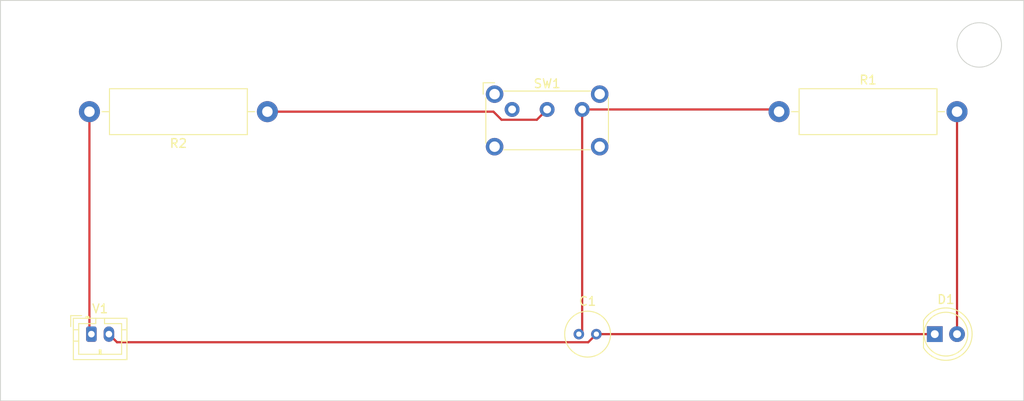
<source format=kicad_pcb>
(kicad_pcb (version 20211014) (generator pcbnew)
  (layers (0 "F.Cu" signal) (31 "B.Cu" signal) (34 "B.Paste" user) (35 "F.Paste" user) (36 "B.SilkS" user "B.Silkscreen") (37 "F.SilkS" user "F.Silkscreen") (38 "B.Mask" user) (39 "F.Mask" user) (44 "Edge.Cuts" user))
  (net 0 "")
  (net 1 "Net-(SW1-Pad3)")
  (net 2 "Net-(C1-Pad2)")
  (net 3 "Net-(D1-Pad2)")
  (net 4 "Net-(R2-Pad1)")
  (net 5 "Net-(R2-Pad2)")
  (footprint "Resistor_THT:R_Axial_DIN0516_L15.5mm_D5.0mm_P20.32mm_Horizontal" (layer "F.Cu") (at 154.94 81.28)
    (fp_text reference "R1" (at 10.16 -3.62) (layer "F.SilkS"))
    (fp_text value "20kOhms")
    (fp_line (start 1.44 0) (end 2.29 0) (layer "F.SilkS") (width 0.12))
    (fp_line (start 2.29 -2.62) (end 2.29 2.62) (layer "F.SilkS") (width 0.12))
    (fp_line (start 18.03 2.62) (end 18.03 -2.62) (layer "F.SilkS") (width 0.12))
    (fp_line (start 2.29 2.62) (end 18.03 2.62) (layer "F.SilkS") (width 0.12))
    (fp_line (start 18.88 0) (end 18.03 0) (layer "F.SilkS") (width 0.12))
    (fp_line (start 18.03 -2.62) (end 2.29 -2.62) (layer "F.SilkS") (width 0.12))
    (pad "1" thru_hole circle (at 0 0) (size 2.4 2.4) (drill 1.2) (layers *.Cu *.Mask) (net 1 "Net-(SW1-Pad3)"))
    (pad "2" thru_hole oval (at 20.32 0) (size 2.4 2.4) (drill 1.2) (layers *.Cu *.Mask) (net 3 "Net-(D1-Pad2)"))
  )
  (footprint "Connector_JST:JST_PH_B2B-PH-K_1x02_P2.00mm_Vertical" (layer "F.Cu") (at 76.425 106.68)
    (fp_text reference "V1" (at 1 -2.9) (layer "F.SilkS"))
    (fp_text value "9V")
    (fp_line (start -0.3 -2.01) (end -0.6 -2.01) (layer "F.SilkS") (width 0.12))
    (fp_line (start 4.06 0.8) (end 3.45 0.8) (layer "F.SilkS") (width 0.12))
    (fp_line (start -0.3 -1.91) (end -0.6 -1.91) (layer "F.SilkS") (width 0.12))
    (fp_line (start 4.06 -0.5) (end 3.45 -0.5) (layer "F.SilkS") (width 0.12))
    (fp_line (start -2.06 0.8) (end -1.45 0.8) (layer "F.SilkS") (width 0.12))
    (fp_line (start -2.06 2.91) (end 4.06 2.91) (layer "F.SilkS") (width 0.12))
    (fp_line (start 0.5 -1.2) (end -1.45 -1.2) (layer "F.SilkS") (width 0.12))
    (fp_line (start -2.36 -2.11) (end -2.36 -0.86) (layer "F.SilkS") (width 0.12))
    (fp_line (start 1.1 1.8) (end 1.1 2.3) (layer "F.SilkS") (width 0.12))
    (fp_line (start 1 2.3) (end 1 1.8) (layer "F.SilkS") (width 0.12))
    (fp_line (start 3.45 2.3) (end 3.45 -1.2) (layer "F.SilkS") (width 0.12))
    (fp_line (start -2.06 -0.5) (end -1.45 -0.5) (layer "F.SilkS") (width 0.12))
    (fp_line (start -1.11 -2.11) (end -2.36 -2.11) (layer "F.SilkS") (width 0.12))
    (fp_line (start 1.5 -1.2) (end 1.5 -1.81) (layer "F.SilkS") (width 0.12))
    (fp_line (start -0.6 -2.01) (end -0.6 -1.81) (layer "F.SilkS") (width 0.12))
    (fp_line (start 4.06 2.91) (end 4.06 -1.81) (layer "F.SilkS") (width 0.12))
    (fp_line (start -1.45 2.3) (end 3.45 2.3) (layer "F.SilkS") (width 0.12))
    (fp_line (start 0.5 -1.81) (end 0.5 -1.2) (layer "F.SilkS") (width 0.12))
    (fp_line (start -2.06 -1.81) (end -2.06 2.91) (layer "F.SilkS") (width 0.12))
    (fp_line (start -1.45 -1.2) (end -1.45 2.3) (layer "F.SilkS") (width 0.12))
    (fp_line (start 0.9 1.8) (end 1.1 1.8) (layer "F.SilkS") (width 0.12))
    (fp_line (start 4.06 -1.81) (end -2.06 -1.81) (layer "F.SilkS") (width 0.12))
    (fp_line (start -0.3 -1.81) (end -0.3 -2.01) (layer "F.SilkS") (width 0.12))
    (fp_line (start 0.9 2.3) (end 0.9 1.8) (layer "F.SilkS") (width 0.12))
    (fp_line (start 3.45 -1.2) (end 1.5 -1.2) (layer "F.SilkS") (width 0.12))
    (pad "1" thru_hole roundrect (at 0 0) (size 1.2 1.75) (drill 0.75) (layers *.Cu *.Mask) (roundrect_rratio 0.208333) (net 5 "Net-(R2-Pad2)"))
    (pad "2" thru_hole oval (at 2 0) (size 1.2 1.75) (drill 0.75) (layers *.Cu *.Mask) (net 2 "Net-(C1-Pad2)"))
  )
  (footprint "LED_THT:LED_D5.0mm" (layer "F.Cu") (at 172.72 106.68)
    (fp_text reference "D1" (at 1.27 -3.96) (layer "F.SilkS"))
    (fp_text value "D")
    (fp_line (start -1.29 -1.545) (end -1.29 1.545) (layer "F.SilkS") (width 0.12))
    (fp_arc (start 4.26 -0.000462) (mid 2.072002 2.880433) (end -1.29 1.54483) (layer "F.SilkS") (width 0.12))
    (fp_arc (start -1.29 -1.54483) (mid 2.072002 -2.880433) (end 4.26 0.000462) (layer "F.SilkS") (width 0.12))
    (fp_circle (center 1.27 0) (end 3.77 0) (layer "F.SilkS") (width 0.12) (fill none))
    (pad "1" thru_hole rect (at 0 0) (size 1.8 1.8) (drill 0.9) (layers *.Cu *.Mask) (net 2 "Net-(C1-Pad2)"))
    (pad "2" thru_hole circle (at 2.54 0) (size 1.8 1.8) (drill 0.9) (layers *.Cu *.Mask) (net 3 "Net-(D1-Pad2)"))
  )
  (footprint "Capacitor_THT:C_Radial_D5.0mm_H5.0mm_P2.00mm" (layer "F.Cu") (at 132.08 106.68)
    (fp_text reference "C1" (at 1 -3.75) (layer "F.SilkS"))
    (fp_text value "4.7microF")
    (fp_circle (center 1 0) (end 3.62 0) (layer "F.SilkS") (width 0.12) (fill none))
    (pad "1" thru_hole circle (at 0 0) (size 1.2 1.2) (drill 0.6) (layers *.Cu *.Mask) (net 1 "Net-(SW1-Pad3)"))
    (pad "2" thru_hole circle (at 2 0) (size 1.2 1.2) (drill 0.6) (layers *.Cu *.Mask) (net 2 "Net-(C1-Pad2)"))
  )
  (footprint "Button_Switch_THT:SW_E-Switch_EG1224_SPDT_Angled" (layer "F.Cu") (at 124.46 81.0275)
    (fp_text reference "SW1" (at 4 -2.95) (layer "F.SilkS"))
    (fp_text value "SW_SPDT")
    (fp_line (start -0.95 -2.1) (end 8.95 -2.1) (layer "F.SilkS") (width 0.12))
    (fp_line (start 11 -1.35) (end 11 3.85) (layer "F.SilkS") (width 0.12))
    (fp_line (start -3.3 -1.75) (end -3.3 -3.05) (layer "F.SilkS") (width 0.12))
    (fp_line (start 8.95 4.6) (end -0.95 4.6) (layer "F.SilkS") (width 0.12))
    (fp_line (start -3 3.85) (end -3 -1.35) (layer "F.SilkS") (width 0.12))
    (fp_line (start -3.3 -3.05) (end -2 -3.05) (layer "F.SilkS") (width 0.12))
    (pad "" thru_hole circle (at -2 -1.75) (size 2 2) (drill 1.2) (layers *.Cu *.Mask))
    (pad "" thru_hole circle (at 10 4.25) (size 2 2) (drill 1.2) (layers *.Cu *.Mask))
    (pad "" thru_hole circle (at -2 4.25) (size 2 2) (drill 1.2) (layers *.Cu *.Mask))
    (pad "" thru_hole circle (at 10 -1.75) (size 2 2) (drill 1.2) (layers *.Cu *.Mask))
    (pad "1" thru_hole circle (at 0 0) (size 1.7 1.7) (drill 0.9) (layers *.Cu *.Mask))
    (pad "2" thru_hole circle (at 4 0) (size 1.7 1.7) (drill 0.9) (layers *.Cu *.Mask) (net 4 "Net-(R2-Pad1)"))
    (pad "3" thru_hole circle (at 8 0) (size 1.7 1.7) (drill 0.9) (layers *.Cu *.Mask) (net 1 "Net-(SW1-Pad3)"))
  )
  (footprint "Resistor_THT:R_Axial_DIN0516_L15.5mm_D5.0mm_P20.32mm_Horizontal" (layer "F.Cu") (at 96.52 81.28 180)
    (fp_text reference "R2" (at 10.16 -3.62) (layer "F.SilkS"))
    (fp_text value "2.2kOhms")
    (fp_line (start 18.88 0) (end 18.03 0) (layer "F.SilkS") (width 0.12))
    (fp_line (start 2.29 2.62) (end 18.03 2.62) (layer "F.SilkS") (width 0.12))
    (fp_line (start 18.03 2.62) (end 18.03 -2.62) (layer "F.SilkS") (width 0.12))
    (fp_line (start 2.29 -2.62) (end 2.29 2.62) (layer "F.SilkS") (width 0.12))
    (fp_line (start 1.44 0) (end 2.29 0) (layer "F.SilkS") (width 0.12))
    (fp_line (start 18.03 -2.62) (end 2.29 -2.62) (layer "F.SilkS") (width 0.12))
    (pad "1" thru_hole circle (at 0 0 180) (size 2.4 2.4) (drill 1.2) (layers *.Cu *.Mask) (net 4 "Net-(R2-Pad1)"))
    (pad "2" thru_hole oval (at 20.32 0 180) (size 2.4 2.4) (drill 1.2) (layers *.Cu *.Mask) (net 5 "Net-(R2-Pad2)"))
  )
  (gr_rect (start 66.04 68.58) (end 182.88 114.3) (layer "Edge.Cuts") (width 0.1) (fill none))
  (gr_circle (center 177.8 73.66) (end 175.26 73.66) (layer "Edge.Cuts") (width 0.1) (fill none))
  (segment (start 154.6875 81.0275) (end 154.94 81.28) (width 0.25) (layer "F.Cu") (net 1))
  (segment (start 132.46 106.3) (end 132.08 106.68) (width 0.25) (layer "F.Cu") (net 1))
  (segment (start 132.46 81.0275) (end 132.46 106.3) (width 0.25) (layer "F.Cu") (net 1))
  (segment (start 132.46 81.0275) (end 154.6875 81.0275) (width 0.25) (layer "F.Cu") (net 1))
  (segment (start 133.155 107.605) (end 134.08 106.68) (width 0.25) (layer "F.Cu") (net 2))
  (segment (start 79.35 107.605) (end 133.155 107.605) (width 0.25) (layer "F.Cu") (net 2))
  (segment (start 172.72 106.68) (end 134.08 106.68) (width 0.25) (layer "F.Cu") (net 2))
  (segment (start 78.425 106.68) (end 79.35 107.605) (width 0.25) (layer "F.Cu") (net 2))
  (segment (start 175.26 81.28) (end 175.26 106.68) (width 0.25) (layer "F.Cu") (net 3))
  (segment (start 122.331333 81.28) (end 123.253833 82.2025) (width 0.25) (layer "F.Cu") (net 4))
  (segment (start 123.253833 82.2025) (end 127.285 82.2025) (width 0.25) (layer "F.Cu") (net 4))
  (segment (start 96.52 81.28) (end 122.331333 81.28) (width 0.25) (layer "F.Cu") (net 4))
  (segment (start 127.285 82.2025) (end 128.46 81.0275) (width 0.25) (layer "F.Cu") (net 4))
  (segment (start 76.2 81.28) (end 76.2 106.455) (width 0.25) (layer "F.Cu") (net 5))
  (segment (start 76.2 106.455) (end 76.425 106.68) (width 0.25) (layer "F.Cu") (net 5))
)
</source>
